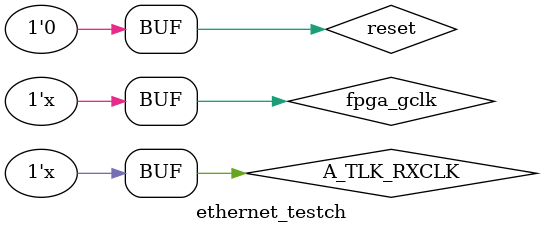
<source format=v>
`timescale 1ns / 1ps


module ethernet_testch;

	// Inputs
	reg reset;
	reg fpga_gclk;
	reg A_TLK_RXCLK;
	reg [19:0] A_TLK_RXD;

	// Outputs
	wire E_RESET;
	wire A_TLK_RXRATE;
	wire E_TXC;
	wire E_TXEN;
	wire [7:0] E_TXD;


	reg [7:0] rx_couter =0;
	// Instantiate the Unit Under Test (UUT)
	ethernet uut (
		.reset(reset), 
		.fpga_gclk(fpga_gclk), 
		.E_RESET(E_RESET), 
		.A_TLK_RXCLK(A_TLK_RXCLK), 
		.A_TLK_RXD(A_TLK_RXD), 
		.A_TLK_RXRATE(A_TLK_RXRATE), 
		.E_TXC(E_TXC), 
		.E_TXEN(E_TXEN), 
		.E_TXD(E_TXD)
	);

	initial begin
		// Initialize Inputs
		reset = 0;
		fpga_gclk = 0;
		A_TLK_RXCLK = 0;
		A_TLK_RXD = 0;

		// Wait 100 ns for global reset to finish
		#100;
        
		// Add stimulus here

	end
	
	
	
	
	always #4 fpga_gclk = !fpga_gclk;	
	
	always #4 A_TLK_RXCLK = !A_TLK_RXCLK;
	
	always @(negedge A_TLK_RXCLK)
    begin

	  if (rx_couter == 8'd100)
	    rx_couter=0;
	  else 
	    rx_couter = rx_couter + 1'b1; 	
		 
	  case(rx_couter)
	   0: A_TLK_RXD[7:0] = 20'h55;
	   1: A_TLK_RXD[7:0]  = 20'hd5;
	   2: A_TLK_RXD[7:0]  = 20'h55;
	   3: A_TLK_RXD[7:0]  = 20'h55;
	   4: A_TLK_RXD[7:0]  = 20'h2c;
	   5: A_TLK_RXD[7:0]  = 20'h00;
	   6: A_TLK_RXD[7:0]  = 20'h11;                 //crc8
	   7: A_TLK_RXD[7:0]  = 20'h00;      
	   8: A_TLK_RXD[7:0]  = 20'h00;     
	   9: A_TLK_RXD[7:0]  = 20'h00;     
	   10: A_TLK_RXD[7:0]  = 20'h00;                //mac address    
	   11: A_TLK_RXD[7:0]  = 20'h00;     
	   12: A_TLK_RXD[7:0]  = 20'h01;
	   13: A_TLK_RXD[7:0]  = 20'h00;      
	   14: A_TLK_RXD[7:0]  = 20'h00;     
	   15: A_TLK_RXD[7:0]  = 20'h00;     
	   16: A_TLK_RXD[7:0]  = 20'h00;     
	   17: A_TLK_RXD[7:0]  = 20'h00;     
	   18: A_TLK_RXD[7:0]  = 20'h02; 	
	   19: A_TLK_RXD[7:0]  = 20'h08;                //ip    
	   20: A_TLK_RXD[7:0]  = 20'h00; 	
	   21: A_TLK_RXD[7:0]  = 20'h45;     
	   22: A_TLK_RXD[7:0]  = 20'h00; 
	   23: A_TLK_RXD[7:0]  = 20'h00;               //packet length    
	   24: A_TLK_RXD[7:0]  = 20'h2E; 
		25: A_TLK_RXD[7:0]  = 20'h00; 	
		default:A_TLK_RXD <=A_TLK_RXD+1'b1;	
	 endcase
   end
      
endmodule


</source>
